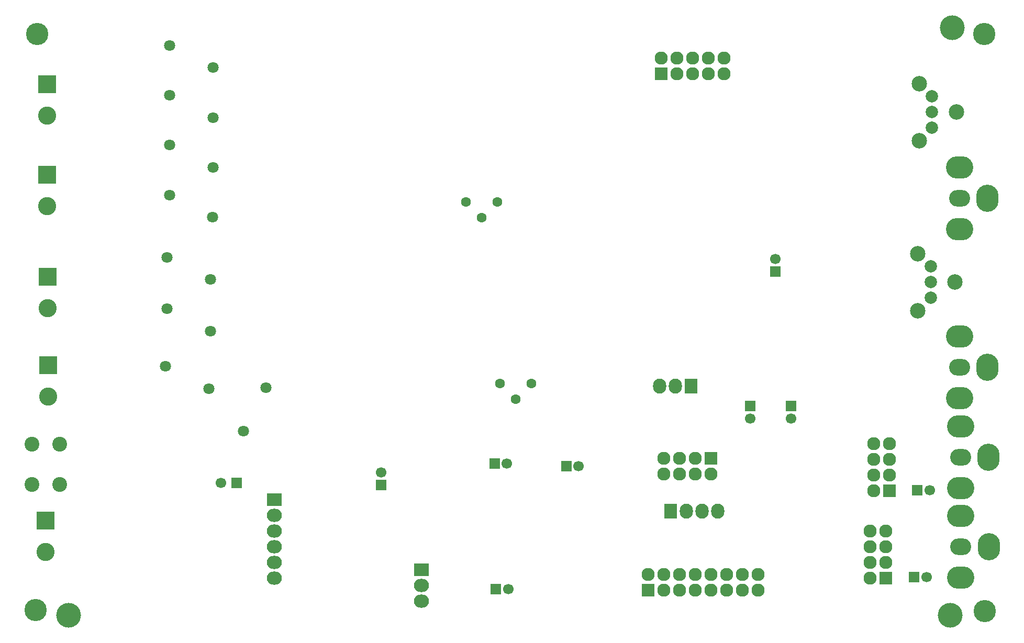
<source format=gbs>
%TF.GenerationSoftware,KiCad,Pcbnew,4.0.7*%
%TF.CreationDate,2018-07-02T08:28:23+02:00*%
%TF.ProjectId,smd_aio,736D645F61696F2E6B696361645F7063,rev?*%
%TF.FileFunction,Soldermask,Bot*%
%FSLAX46Y46*%
G04 Gerber Fmt 4.6, Leading zero omitted, Abs format (unit mm)*
G04 Created by KiCad (PCBNEW 4.0.7) date Monday, 02. July 2018 'u28' 08:28:23*
%MOMM*%
%LPD*%
G01*
G04 APERTURE LIST*
%ADD10C,0.100000*%
%ADD11C,2.500000*%
%ADD12C,2.000000*%
%ADD13R,1.700000X1.700000*%
%ADD14C,1.700000*%
%ADD15O,4.400000X3.600000*%
%ADD16O,3.600000X4.400000*%
%ADD17O,3.400000X2.700000*%
%ADD18C,1.800000*%
%ADD19R,2.432000X2.127200*%
%ADD20O,2.432000X2.127200*%
%ADD21R,2.127200X2.432000*%
%ADD22O,2.127200X2.432000*%
%ADD23R,2.127200X2.127200*%
%ADD24O,2.127200X2.127200*%
%ADD25R,2.940000X2.940000*%
%ADD26C,2.940000*%
%ADD27C,1.600000*%
%ADD28C,2.400000*%
%ADD29C,3.600000*%
%ADD30C,4.000000*%
G04 APERTURE END LIST*
D10*
D11*
X170651000Y-60563000D03*
X164651000Y-65163000D03*
X164651000Y-55963000D03*
D12*
X166751000Y-60563000D03*
X166751000Y-63103000D03*
X166751000Y-58023000D03*
D13*
X77851000Y-93363000D03*
D14*
X77851000Y-91363000D03*
D13*
X96401000Y-110213000D03*
D14*
X98401000Y-110213000D03*
D13*
X107801000Y-90313000D03*
D14*
X109801000Y-90313000D03*
D13*
X96226000Y-89963000D03*
D14*
X98226000Y-89963000D03*
D13*
X164601000Y-94263000D03*
D14*
X166601000Y-94263000D03*
D13*
X164051000Y-108313000D03*
D14*
X166051000Y-108313000D03*
D13*
X141626000Y-58838000D03*
D14*
X141626000Y-56838000D03*
D13*
X137551000Y-80613000D03*
D14*
X137551000Y-82613000D03*
D13*
X144201000Y-80613000D03*
D14*
X144201000Y-82613000D03*
D15*
X171601000Y-83913000D03*
X171601000Y-93913000D03*
D16*
X176101000Y-88913000D03*
D17*
X171601000Y-88913000D03*
D15*
X171626000Y-98413000D03*
X171626000Y-108413000D03*
D16*
X176126000Y-103413000D03*
D17*
X171626000Y-103413000D03*
D18*
X50626000Y-50063000D03*
X43626000Y-46463000D03*
X50651000Y-41988000D03*
X43651000Y-38388000D03*
X50670000Y-33930000D03*
X43670000Y-30330000D03*
X50670000Y-25850000D03*
X43670000Y-22250000D03*
X59226000Y-77663000D03*
X55626000Y-84663000D03*
X50026000Y-77813000D03*
X43026000Y-74213000D03*
X50261000Y-68473000D03*
X43261000Y-64873000D03*
X50271000Y-60143000D03*
X43271000Y-56543000D03*
D19*
X60575000Y-95750000D03*
D20*
X60575000Y-98290000D03*
X60575000Y-100830000D03*
X60575000Y-103370000D03*
X60575000Y-105910000D03*
X60575000Y-108450000D03*
D21*
X124701000Y-97638000D03*
D22*
X127241000Y-97638000D03*
X129781000Y-97638000D03*
X132321000Y-97638000D03*
D19*
X84429333Y-107143000D03*
D20*
X84429333Y-109683000D03*
X84429333Y-112223000D03*
D23*
X123151000Y-26863000D03*
D24*
X123151000Y-24323000D03*
X125691000Y-26863000D03*
X125691000Y-24323000D03*
X128231000Y-26863000D03*
X128231000Y-24323000D03*
X130771000Y-26863000D03*
X130771000Y-24323000D03*
X133311000Y-26863000D03*
X133311000Y-24323000D03*
D23*
X121076000Y-110438000D03*
D24*
X121076000Y-107898000D03*
X123616000Y-110438000D03*
X123616000Y-107898000D03*
X126156000Y-110438000D03*
X126156000Y-107898000D03*
X128696000Y-110438000D03*
X128696000Y-107898000D03*
X131236000Y-110438000D03*
X131236000Y-107898000D03*
X133776000Y-110438000D03*
X133776000Y-107898000D03*
X136316000Y-110438000D03*
X136316000Y-107898000D03*
X138856000Y-110438000D03*
X138856000Y-107898000D03*
D23*
X160065000Y-94324000D03*
D24*
X157525000Y-94324000D03*
X160065000Y-91784000D03*
X157525000Y-91784000D03*
X160065000Y-89244000D03*
X157525000Y-89244000D03*
X160065000Y-86704000D03*
X157525000Y-86704000D03*
D23*
X159526000Y-108438000D03*
D24*
X156986000Y-108438000D03*
X159526000Y-105898000D03*
X156986000Y-105898000D03*
X159526000Y-103358000D03*
X156986000Y-103358000D03*
X159526000Y-100818000D03*
X156986000Y-100818000D03*
D25*
X23851000Y-43173000D03*
D26*
X23851000Y-48253000D03*
D25*
X23851000Y-28573000D03*
D26*
X23851000Y-33653000D03*
D11*
X170876000Y-33063000D03*
X164876000Y-37663000D03*
X164876000Y-28463000D03*
D12*
X166976000Y-33063000D03*
X166976000Y-35603000D03*
X166976000Y-30523000D03*
D25*
X23622000Y-99187000D03*
D26*
X23622000Y-104267000D03*
D25*
X24001000Y-74003000D03*
D26*
X24001000Y-79083000D03*
D25*
X23921000Y-59713000D03*
D26*
X23921000Y-64793000D03*
D27*
X94141000Y-50143000D03*
X91601000Y-47603000D03*
X96681000Y-47603000D03*
X99651000Y-79488000D03*
X97111000Y-76948000D03*
X102191000Y-76948000D03*
D28*
X25875000Y-93275000D03*
X21375000Y-93275000D03*
X25875000Y-86775000D03*
X21375000Y-86775000D03*
D29*
X175501000Y-113788000D03*
X21984571Y-113668000D03*
X175401000Y-20413000D03*
X22251000Y-20388000D03*
D30*
X169926000Y-114488000D03*
X27326000Y-114463000D03*
D14*
X52000000Y-93025000D03*
D13*
X54500000Y-93025000D03*
D30*
X170201000Y-19413000D03*
D23*
X131200000Y-89040000D03*
D24*
X131200000Y-91580000D03*
X128660000Y-89040000D03*
X128660000Y-91580000D03*
X126120000Y-89040000D03*
X126120000Y-91580000D03*
X123580000Y-89040000D03*
X123580000Y-91580000D03*
D15*
X171450000Y-42000000D03*
X171450000Y-52000000D03*
D16*
X175950000Y-47000000D03*
D17*
X171450000Y-47000000D03*
D15*
X171450000Y-69375000D03*
X171450000Y-79375000D03*
D16*
X175950000Y-74375000D03*
D17*
X171450000Y-74375000D03*
D21*
X128025000Y-77425000D03*
D22*
X125485000Y-77425000D03*
X122945000Y-77425000D03*
M02*

</source>
